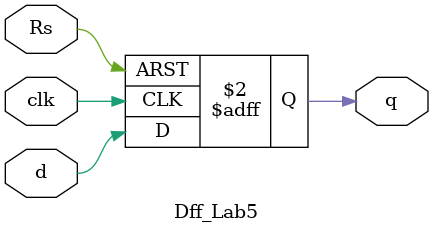
<source format=v>
`timescale 1ns / 1ps


module Dff_Lab5(d, q, clk, Rs);
input d, clk, Rs;
output reg q;
always @(posedge Rs or posedge  clk)
if(Rs)
    q<= 1'b0;
    else
    q<=d;

endmodule



//module TB;

//reg d, clk, Rs;
//wire  q;

//Dff_Lab5    dff0(d, q, clk, Rs);
//initial 
//begin

//#00 Rs = 0; clk = 0;    d = 0;
//#10 Rs = 0; clk = 0;    d = 1;
//#10 Rs = 0; clk = 1;    d = 0;
//#10 Rs = 0; clk = 1;    d = 1;
//#10 Rs = 1; clk = 0;    d = 0;
//#10 Rs = 1; clk = 0;    d = 1;
//#10 Rs = 1; clk = 1;    d = 0;
//#10 Rs = 1; clk = 1;    d = 1;
//#10 Rs = 0; clk = 0;    d = 0;
//#10 $stop;
//end

//endmodule


</source>
